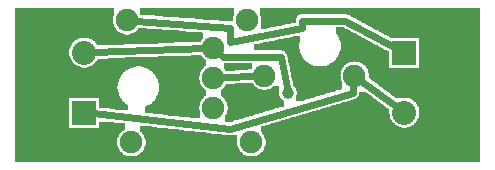
<source format=gbl>
G04 MADE WITH FRITZING*
G04 WWW.FRITZING.ORG*
G04 DOUBLE SIDED*
G04 HOLES PLATED*
G04 CONTOUR ON CENTER OF CONTOUR VECTOR*
%ASAXBY*%
%FSLAX23Y23*%
%MOIN*%
%OFA0B0*%
%SFA1.0B1.0*%
%ADD10C,0.075000*%
%ADD11C,0.080000*%
%ADD12C,0.039370*%
%ADD13R,0.079986X0.080000*%
%ADD14C,0.024000*%
%LNCOPPER0*%
G90*
G70*
G54D10*
X1446Y489D03*
X427Y108D03*
X827Y108D03*
X412Y515D03*
X812Y515D03*
X700Y423D03*
X700Y323D03*
X700Y223D03*
G54D11*
X1337Y407D03*
X1337Y207D03*
X270Y207D03*
X270Y407D03*
G54D10*
X1170Y330D03*
X870Y330D03*
G54D12*
X948Y273D03*
G54D13*
X1337Y407D03*
X270Y207D03*
G54D14*
X842Y329D02*
X728Y324D01*
D02*
X441Y513D02*
X756Y489D01*
X756Y489D02*
X756Y441D01*
X756Y441D02*
X996Y489D01*
X996Y489D02*
X996Y513D01*
X996Y513D02*
X1140Y513D01*
X1140Y513D02*
X1309Y422D01*
D02*
X1312Y225D02*
X1193Y313D01*
D02*
X300Y204D02*
X756Y153D01*
X756Y153D02*
X1164Y273D01*
X1164Y273D02*
X1167Y302D01*
D02*
X944Y291D02*
X924Y393D01*
X924Y393D02*
X732Y393D01*
X732Y393D02*
X721Y403D01*
D02*
X301Y408D02*
X671Y421D01*
G36*
X40Y557D02*
X40Y467D01*
X406Y467D01*
X406Y469D01*
X398Y469D01*
X398Y471D01*
X392Y471D01*
X392Y473D01*
X388Y473D01*
X388Y475D01*
X386Y475D01*
X386Y477D01*
X382Y477D01*
X382Y479D01*
X380Y479D01*
X380Y481D01*
X378Y481D01*
X378Y483D01*
X376Y483D01*
X376Y485D01*
X374Y485D01*
X374Y489D01*
X372Y489D01*
X372Y491D01*
X370Y491D01*
X370Y495D01*
X368Y495D01*
X368Y501D01*
X366Y501D01*
X366Y509D01*
X364Y509D01*
X364Y521D01*
X366Y521D01*
X366Y529D01*
X368Y529D01*
X368Y535D01*
X370Y535D01*
X370Y557D01*
X40Y557D01*
G37*
D02*
G36*
X854Y557D02*
X854Y535D01*
X1146Y535D01*
X1146Y533D01*
X1152Y533D01*
X1152Y531D01*
X1154Y531D01*
X1154Y529D01*
X1158Y529D01*
X1158Y527D01*
X1162Y527D01*
X1162Y525D01*
X1166Y525D01*
X1166Y523D01*
X1170Y523D01*
X1170Y521D01*
X1174Y521D01*
X1174Y519D01*
X1178Y519D01*
X1178Y517D01*
X1180Y517D01*
X1180Y515D01*
X1184Y515D01*
X1184Y513D01*
X1188Y513D01*
X1188Y511D01*
X1192Y511D01*
X1192Y509D01*
X1196Y509D01*
X1196Y507D01*
X1200Y507D01*
X1200Y505D01*
X1204Y505D01*
X1204Y503D01*
X1206Y503D01*
X1206Y501D01*
X1210Y501D01*
X1210Y499D01*
X1214Y499D01*
X1214Y497D01*
X1218Y497D01*
X1218Y495D01*
X1222Y495D01*
X1222Y493D01*
X1226Y493D01*
X1226Y491D01*
X1230Y491D01*
X1230Y489D01*
X1232Y489D01*
X1232Y487D01*
X1236Y487D01*
X1236Y485D01*
X1240Y485D01*
X1240Y483D01*
X1244Y483D01*
X1244Y481D01*
X1248Y481D01*
X1248Y479D01*
X1252Y479D01*
X1252Y477D01*
X1256Y477D01*
X1256Y475D01*
X1258Y475D01*
X1258Y473D01*
X1262Y473D01*
X1262Y471D01*
X1266Y471D01*
X1266Y469D01*
X1270Y469D01*
X1270Y467D01*
X1274Y467D01*
X1274Y465D01*
X1278Y465D01*
X1278Y463D01*
X1282Y463D01*
X1282Y461D01*
X1284Y461D01*
X1284Y459D01*
X1288Y459D01*
X1288Y457D01*
X1386Y457D01*
X1386Y357D01*
X1588Y357D01*
X1588Y557D01*
X854Y557D01*
G37*
D02*
G36*
X856Y535D02*
X856Y529D01*
X858Y529D01*
X858Y521D01*
X860Y521D01*
X860Y509D01*
X858Y509D01*
X858Y487D01*
X878Y487D01*
X878Y489D01*
X888Y489D01*
X888Y491D01*
X898Y491D01*
X898Y493D01*
X908Y493D01*
X908Y495D01*
X918Y495D01*
X918Y497D01*
X928Y497D01*
X928Y499D01*
X938Y499D01*
X938Y501D01*
X948Y501D01*
X948Y503D01*
X958Y503D01*
X958Y505D01*
X968Y505D01*
X968Y507D01*
X974Y507D01*
X974Y519D01*
X976Y519D01*
X976Y523D01*
X978Y523D01*
X978Y527D01*
X980Y527D01*
X980Y529D01*
X982Y529D01*
X982Y531D01*
X986Y531D01*
X986Y533D01*
X990Y533D01*
X990Y535D01*
X856Y535D01*
G37*
D02*
G36*
X1110Y491D02*
X1110Y469D01*
X1112Y469D01*
X1112Y467D01*
X1114Y467D01*
X1114Y463D01*
X1116Y463D01*
X1116Y459D01*
X1118Y459D01*
X1118Y455D01*
X1120Y455D01*
X1120Y449D01*
X1122Y449D01*
X1122Y441D01*
X1124Y441D01*
X1124Y417D01*
X1122Y417D01*
X1122Y409D01*
X1120Y409D01*
X1120Y403D01*
X1118Y403D01*
X1118Y399D01*
X1116Y399D01*
X1116Y395D01*
X1114Y395D01*
X1114Y391D01*
X1112Y391D01*
X1112Y389D01*
X1110Y389D01*
X1110Y387D01*
X1108Y387D01*
X1108Y383D01*
X1106Y383D01*
X1106Y381D01*
X1104Y381D01*
X1104Y379D01*
X1172Y379D01*
X1172Y377D01*
X1184Y377D01*
X1184Y375D01*
X1190Y375D01*
X1190Y373D01*
X1194Y373D01*
X1194Y371D01*
X1196Y371D01*
X1196Y369D01*
X1200Y369D01*
X1200Y367D01*
X1202Y367D01*
X1202Y365D01*
X1204Y365D01*
X1204Y363D01*
X1206Y363D01*
X1206Y361D01*
X1208Y361D01*
X1208Y357D01*
X1286Y357D01*
X1286Y409D01*
X1284Y409D01*
X1284Y411D01*
X1282Y411D01*
X1282Y413D01*
X1278Y413D01*
X1278Y415D01*
X1274Y415D01*
X1274Y417D01*
X1270Y417D01*
X1270Y419D01*
X1266Y419D01*
X1266Y421D01*
X1262Y421D01*
X1262Y423D01*
X1258Y423D01*
X1258Y425D01*
X1256Y425D01*
X1256Y427D01*
X1252Y427D01*
X1252Y429D01*
X1248Y429D01*
X1248Y431D01*
X1244Y431D01*
X1244Y433D01*
X1240Y433D01*
X1240Y435D01*
X1236Y435D01*
X1236Y437D01*
X1232Y437D01*
X1232Y439D01*
X1230Y439D01*
X1230Y441D01*
X1226Y441D01*
X1226Y443D01*
X1222Y443D01*
X1222Y445D01*
X1218Y445D01*
X1218Y447D01*
X1214Y447D01*
X1214Y449D01*
X1210Y449D01*
X1210Y451D01*
X1206Y451D01*
X1206Y453D01*
X1204Y453D01*
X1204Y455D01*
X1200Y455D01*
X1200Y457D01*
X1196Y457D01*
X1196Y459D01*
X1192Y459D01*
X1192Y461D01*
X1188Y461D01*
X1188Y463D01*
X1184Y463D01*
X1184Y465D01*
X1180Y465D01*
X1180Y467D01*
X1178Y467D01*
X1178Y469D01*
X1174Y469D01*
X1174Y471D01*
X1170Y471D01*
X1170Y473D01*
X1166Y473D01*
X1166Y475D01*
X1162Y475D01*
X1162Y477D01*
X1158Y477D01*
X1158Y479D01*
X1154Y479D01*
X1154Y481D01*
X1152Y481D01*
X1152Y483D01*
X1148Y483D01*
X1148Y485D01*
X1144Y485D01*
X1144Y487D01*
X1140Y487D01*
X1140Y489D01*
X1136Y489D01*
X1136Y491D01*
X1110Y491D01*
G37*
D02*
G36*
X450Y489D02*
X450Y485D01*
X448Y485D01*
X448Y483D01*
X446Y483D01*
X446Y481D01*
X444Y481D01*
X444Y479D01*
X442Y479D01*
X442Y477D01*
X438Y477D01*
X438Y475D01*
X436Y475D01*
X436Y473D01*
X432Y473D01*
X432Y471D01*
X426Y471D01*
X426Y469D01*
X418Y469D01*
X418Y467D01*
X664Y467D01*
X664Y473D01*
X662Y473D01*
X662Y475D01*
X636Y475D01*
X636Y477D01*
X610Y477D01*
X610Y479D01*
X584Y479D01*
X584Y481D01*
X558Y481D01*
X558Y483D01*
X530Y483D01*
X530Y485D01*
X504Y485D01*
X504Y487D01*
X478Y487D01*
X478Y489D01*
X450Y489D01*
G37*
D02*
G36*
X40Y467D02*
X40Y465D01*
X664Y465D01*
X664Y467D01*
X40Y467D01*
G37*
D02*
G36*
X40Y467D02*
X40Y465D01*
X664Y465D01*
X664Y467D01*
X40Y467D01*
G37*
D02*
G36*
X40Y465D02*
X40Y457D01*
X280Y457D01*
X280Y455D01*
X286Y455D01*
X286Y453D01*
X292Y453D01*
X292Y451D01*
X294Y451D01*
X294Y449D01*
X298Y449D01*
X298Y447D01*
X300Y447D01*
X300Y445D01*
X304Y445D01*
X304Y443D01*
X306Y443D01*
X306Y439D01*
X308Y439D01*
X308Y437D01*
X310Y437D01*
X310Y435D01*
X312Y435D01*
X312Y431D01*
X346Y431D01*
X346Y433D01*
X402Y433D01*
X402Y435D01*
X458Y435D01*
X458Y437D01*
X514Y437D01*
X514Y439D01*
X570Y439D01*
X570Y441D01*
X624Y441D01*
X624Y443D01*
X658Y443D01*
X658Y447D01*
X660Y447D01*
X660Y449D01*
X662Y449D01*
X662Y453D01*
X664Y453D01*
X664Y465D01*
X40Y465D01*
G37*
D02*
G36*
X964Y461D02*
X964Y459D01*
X954Y459D01*
X954Y457D01*
X944Y457D01*
X944Y455D01*
X934Y455D01*
X934Y453D01*
X924Y453D01*
X924Y451D01*
X914Y451D01*
X914Y449D01*
X904Y449D01*
X904Y447D01*
X894Y447D01*
X894Y445D01*
X884Y445D01*
X884Y443D01*
X874Y443D01*
X874Y441D01*
X864Y441D01*
X864Y439D01*
X854Y439D01*
X854Y437D01*
X844Y437D01*
X844Y435D01*
X834Y435D01*
X834Y415D01*
X930Y415D01*
X930Y413D01*
X934Y413D01*
X934Y411D01*
X938Y411D01*
X938Y409D01*
X940Y409D01*
X940Y407D01*
X942Y407D01*
X942Y403D01*
X944Y403D01*
X944Y399D01*
X946Y399D01*
X946Y391D01*
X948Y391D01*
X948Y381D01*
X950Y381D01*
X950Y371D01*
X952Y371D01*
X952Y361D01*
X1040Y361D01*
X1040Y363D01*
X1032Y363D01*
X1032Y365D01*
X1028Y365D01*
X1028Y367D01*
X1024Y367D01*
X1024Y369D01*
X1020Y369D01*
X1020Y371D01*
X1016Y371D01*
X1016Y373D01*
X1014Y373D01*
X1014Y375D01*
X1012Y375D01*
X1012Y377D01*
X1008Y377D01*
X1008Y379D01*
X1006Y379D01*
X1006Y381D01*
X1004Y381D01*
X1004Y383D01*
X1002Y383D01*
X1002Y387D01*
X1000Y387D01*
X1000Y389D01*
X998Y389D01*
X998Y393D01*
X996Y393D01*
X996Y395D01*
X994Y395D01*
X994Y399D01*
X992Y399D01*
X992Y405D01*
X990Y405D01*
X990Y409D01*
X988Y409D01*
X988Y419D01*
X986Y419D01*
X986Y439D01*
X988Y439D01*
X988Y461D01*
X964Y461D01*
G37*
D02*
G36*
X40Y457D02*
X40Y357D01*
X262Y357D01*
X262Y359D01*
X254Y359D01*
X254Y361D01*
X248Y361D01*
X248Y363D01*
X244Y363D01*
X244Y365D01*
X242Y365D01*
X242Y367D01*
X238Y367D01*
X238Y369D01*
X236Y369D01*
X236Y371D01*
X234Y371D01*
X234Y373D01*
X232Y373D01*
X232Y375D01*
X230Y375D01*
X230Y379D01*
X228Y379D01*
X228Y381D01*
X226Y381D01*
X226Y385D01*
X224Y385D01*
X224Y389D01*
X222Y389D01*
X222Y395D01*
X220Y395D01*
X220Y419D01*
X222Y419D01*
X222Y425D01*
X224Y425D01*
X224Y429D01*
X226Y429D01*
X226Y433D01*
X228Y433D01*
X228Y437D01*
X230Y437D01*
X230Y439D01*
X232Y439D01*
X232Y441D01*
X234Y441D01*
X234Y443D01*
X236Y443D01*
X236Y445D01*
X238Y445D01*
X238Y447D01*
X240Y447D01*
X240Y449D01*
X244Y449D01*
X244Y451D01*
X248Y451D01*
X248Y453D01*
X252Y453D01*
X252Y455D01*
X260Y455D01*
X260Y457D01*
X40Y457D01*
G37*
D02*
G36*
X626Y399D02*
X626Y397D01*
X570Y397D01*
X570Y395D01*
X514Y395D01*
X514Y393D01*
X458Y393D01*
X458Y391D01*
X404Y391D01*
X404Y389D01*
X348Y389D01*
X348Y387D01*
X314Y387D01*
X314Y383D01*
X312Y383D01*
X312Y379D01*
X310Y379D01*
X310Y377D01*
X308Y377D01*
X308Y375D01*
X306Y375D01*
X306Y373D01*
X304Y373D01*
X304Y371D01*
X302Y371D01*
X302Y369D01*
X300Y369D01*
X300Y367D01*
X298Y367D01*
X298Y365D01*
X294Y365D01*
X294Y363D01*
X290Y363D01*
X290Y361D01*
X458Y361D01*
X458Y359D01*
X468Y359D01*
X468Y357D01*
X474Y357D01*
X474Y355D01*
X478Y355D01*
X478Y353D01*
X482Y353D01*
X482Y351D01*
X486Y351D01*
X486Y349D01*
X490Y349D01*
X490Y347D01*
X492Y347D01*
X492Y345D01*
X494Y345D01*
X494Y343D01*
X496Y343D01*
X496Y341D01*
X498Y341D01*
X498Y339D01*
X500Y339D01*
X500Y337D01*
X502Y337D01*
X502Y335D01*
X504Y335D01*
X504Y333D01*
X506Y333D01*
X506Y329D01*
X508Y329D01*
X508Y327D01*
X510Y327D01*
X510Y323D01*
X512Y323D01*
X512Y319D01*
X514Y319D01*
X514Y313D01*
X516Y313D01*
X516Y307D01*
X518Y307D01*
X518Y277D01*
X516Y277D01*
X516Y269D01*
X514Y269D01*
X514Y265D01*
X512Y265D01*
X512Y261D01*
X510Y261D01*
X510Y257D01*
X508Y257D01*
X508Y253D01*
X506Y253D01*
X506Y251D01*
X504Y251D01*
X504Y247D01*
X502Y247D01*
X502Y245D01*
X500Y245D01*
X500Y243D01*
X498Y243D01*
X498Y241D01*
X496Y241D01*
X496Y239D01*
X494Y239D01*
X494Y237D01*
X490Y237D01*
X490Y235D01*
X488Y235D01*
X488Y233D01*
X484Y233D01*
X484Y231D01*
X480Y231D01*
X480Y229D01*
X476Y229D01*
X476Y227D01*
X472Y227D01*
X472Y207D01*
X480Y207D01*
X480Y205D01*
X498Y205D01*
X498Y203D01*
X516Y203D01*
X516Y201D01*
X532Y201D01*
X532Y199D01*
X550Y199D01*
X550Y197D01*
X568Y197D01*
X568Y195D01*
X586Y195D01*
X586Y193D01*
X604Y193D01*
X604Y191D01*
X622Y191D01*
X622Y189D01*
X656Y189D01*
X656Y207D01*
X654Y207D01*
X654Y215D01*
X652Y215D01*
X652Y229D01*
X654Y229D01*
X654Y237D01*
X656Y237D01*
X656Y243D01*
X658Y243D01*
X658Y247D01*
X660Y247D01*
X660Y249D01*
X662Y249D01*
X662Y253D01*
X664Y253D01*
X664Y255D01*
X666Y255D01*
X666Y257D01*
X668Y257D01*
X668Y259D01*
X670Y259D01*
X670Y261D01*
X674Y261D01*
X674Y263D01*
X676Y263D01*
X676Y283D01*
X672Y283D01*
X672Y285D01*
X670Y285D01*
X670Y287D01*
X668Y287D01*
X668Y289D01*
X666Y289D01*
X666Y291D01*
X664Y291D01*
X664Y293D01*
X662Y293D01*
X662Y295D01*
X660Y295D01*
X660Y299D01*
X658Y299D01*
X658Y303D01*
X656Y303D01*
X656Y307D01*
X654Y307D01*
X654Y315D01*
X652Y315D01*
X652Y329D01*
X654Y329D01*
X654Y337D01*
X656Y337D01*
X656Y343D01*
X658Y343D01*
X658Y347D01*
X660Y347D01*
X660Y349D01*
X662Y349D01*
X662Y353D01*
X664Y353D01*
X664Y355D01*
X666Y355D01*
X666Y357D01*
X668Y357D01*
X668Y359D01*
X670Y359D01*
X670Y361D01*
X674Y361D01*
X674Y363D01*
X676Y363D01*
X676Y383D01*
X672Y383D01*
X672Y385D01*
X670Y385D01*
X670Y387D01*
X668Y387D01*
X668Y389D01*
X666Y389D01*
X666Y391D01*
X664Y391D01*
X664Y393D01*
X662Y393D01*
X662Y395D01*
X660Y395D01*
X660Y399D01*
X626Y399D01*
G37*
D02*
G36*
X1102Y379D02*
X1102Y377D01*
X1100Y377D01*
X1100Y375D01*
X1096Y375D01*
X1096Y373D01*
X1094Y373D01*
X1094Y371D01*
X1090Y371D01*
X1090Y369D01*
X1086Y369D01*
X1086Y367D01*
X1082Y367D01*
X1082Y365D01*
X1078Y365D01*
X1078Y363D01*
X1070Y363D01*
X1070Y361D01*
X1136Y361D01*
X1136Y365D01*
X1140Y365D01*
X1140Y367D01*
X1142Y367D01*
X1142Y369D01*
X1144Y369D01*
X1144Y371D01*
X1148Y371D01*
X1148Y373D01*
X1152Y373D01*
X1152Y375D01*
X1158Y375D01*
X1158Y377D01*
X1170Y377D01*
X1170Y379D01*
X1102Y379D01*
G37*
D02*
G36*
X286Y361D02*
X286Y359D01*
X278Y359D01*
X278Y357D01*
X432Y357D01*
X432Y359D01*
X442Y359D01*
X442Y361D01*
X286Y361D01*
G37*
D02*
G36*
X954Y361D02*
X954Y359D01*
X1134Y359D01*
X1134Y361D01*
X954Y361D01*
G37*
D02*
G36*
X954Y361D02*
X954Y359D01*
X1134Y359D01*
X1134Y361D01*
X954Y361D01*
G37*
D02*
G36*
X954Y359D02*
X954Y351D01*
X956Y351D01*
X956Y341D01*
X958Y341D01*
X958Y331D01*
X960Y331D01*
X960Y321D01*
X962Y321D01*
X962Y311D01*
X964Y311D01*
X964Y301D01*
X966Y301D01*
X966Y295D01*
X968Y295D01*
X968Y293D01*
X970Y293D01*
X970Y291D01*
X972Y291D01*
X972Y289D01*
X974Y289D01*
X974Y285D01*
X976Y285D01*
X976Y279D01*
X978Y279D01*
X978Y267D01*
X976Y267D01*
X976Y261D01*
X974Y261D01*
X974Y245D01*
X994Y245D01*
X994Y247D01*
X1002Y247D01*
X1002Y249D01*
X1008Y249D01*
X1008Y251D01*
X1014Y251D01*
X1014Y253D01*
X1022Y253D01*
X1022Y255D01*
X1028Y255D01*
X1028Y257D01*
X1036Y257D01*
X1036Y259D01*
X1042Y259D01*
X1042Y261D01*
X1048Y261D01*
X1048Y263D01*
X1056Y263D01*
X1056Y265D01*
X1062Y265D01*
X1062Y267D01*
X1070Y267D01*
X1070Y269D01*
X1076Y269D01*
X1076Y271D01*
X1082Y271D01*
X1082Y273D01*
X1090Y273D01*
X1090Y275D01*
X1096Y275D01*
X1096Y277D01*
X1104Y277D01*
X1104Y279D01*
X1110Y279D01*
X1110Y281D01*
X1116Y281D01*
X1116Y283D01*
X1124Y283D01*
X1124Y285D01*
X1130Y285D01*
X1130Y307D01*
X1128Y307D01*
X1128Y311D01*
X1126Y311D01*
X1126Y317D01*
X1124Y317D01*
X1124Y329D01*
X1122Y329D01*
X1122Y333D01*
X1124Y333D01*
X1124Y343D01*
X1126Y343D01*
X1126Y349D01*
X1128Y349D01*
X1128Y353D01*
X1130Y353D01*
X1130Y357D01*
X1132Y357D01*
X1132Y359D01*
X954Y359D01*
G37*
D02*
G36*
X40Y357D02*
X40Y355D01*
X426Y355D01*
X426Y357D01*
X40Y357D01*
G37*
D02*
G36*
X40Y357D02*
X40Y355D01*
X426Y355D01*
X426Y357D01*
X40Y357D01*
G37*
D02*
G36*
X1210Y357D02*
X1210Y355D01*
X1588Y355D01*
X1588Y357D01*
X1210Y357D01*
G37*
D02*
G36*
X1210Y357D02*
X1210Y355D01*
X1588Y355D01*
X1588Y357D01*
X1210Y357D01*
G37*
D02*
G36*
X40Y355D02*
X40Y257D01*
X320Y257D01*
X320Y223D01*
X336Y223D01*
X336Y221D01*
X354Y221D01*
X354Y219D01*
X372Y219D01*
X372Y217D01*
X390Y217D01*
X390Y215D01*
X414Y215D01*
X414Y233D01*
X412Y233D01*
X412Y235D01*
X408Y235D01*
X408Y237D01*
X406Y237D01*
X406Y239D01*
X404Y239D01*
X404Y241D01*
X402Y241D01*
X402Y243D01*
X400Y243D01*
X400Y245D01*
X398Y245D01*
X398Y247D01*
X396Y247D01*
X396Y249D01*
X394Y249D01*
X394Y253D01*
X392Y253D01*
X392Y255D01*
X390Y255D01*
X390Y259D01*
X388Y259D01*
X388Y263D01*
X386Y263D01*
X386Y269D01*
X384Y269D01*
X384Y275D01*
X382Y275D01*
X382Y285D01*
X380Y285D01*
X380Y297D01*
X382Y297D01*
X382Y309D01*
X384Y309D01*
X384Y315D01*
X386Y315D01*
X386Y319D01*
X388Y319D01*
X388Y323D01*
X390Y323D01*
X390Y327D01*
X392Y327D01*
X392Y331D01*
X394Y331D01*
X394Y333D01*
X396Y333D01*
X396Y335D01*
X398Y335D01*
X398Y339D01*
X400Y339D01*
X400Y341D01*
X402Y341D01*
X402Y343D01*
X404Y343D01*
X404Y345D01*
X408Y345D01*
X408Y347D01*
X410Y347D01*
X410Y349D01*
X414Y349D01*
X414Y351D01*
X416Y351D01*
X416Y353D01*
X422Y353D01*
X422Y355D01*
X40Y355D01*
G37*
D02*
G36*
X1212Y355D02*
X1212Y351D01*
X1214Y351D01*
X1214Y347D01*
X1216Y347D01*
X1216Y339D01*
X1218Y339D01*
X1218Y321D01*
X1222Y321D01*
X1222Y319D01*
X1224Y319D01*
X1224Y317D01*
X1226Y317D01*
X1226Y315D01*
X1230Y315D01*
X1230Y313D01*
X1232Y313D01*
X1232Y311D01*
X1234Y311D01*
X1234Y309D01*
X1238Y309D01*
X1238Y307D01*
X1240Y307D01*
X1240Y305D01*
X1244Y305D01*
X1244Y303D01*
X1246Y303D01*
X1246Y301D01*
X1248Y301D01*
X1248Y299D01*
X1252Y299D01*
X1252Y297D01*
X1254Y297D01*
X1254Y295D01*
X1256Y295D01*
X1256Y293D01*
X1260Y293D01*
X1260Y291D01*
X1262Y291D01*
X1262Y289D01*
X1264Y289D01*
X1264Y287D01*
X1268Y287D01*
X1268Y285D01*
X1270Y285D01*
X1270Y283D01*
X1272Y283D01*
X1272Y281D01*
X1276Y281D01*
X1276Y279D01*
X1278Y279D01*
X1278Y277D01*
X1280Y277D01*
X1280Y275D01*
X1284Y275D01*
X1284Y273D01*
X1286Y273D01*
X1286Y271D01*
X1288Y271D01*
X1288Y269D01*
X1292Y269D01*
X1292Y267D01*
X1294Y267D01*
X1294Y265D01*
X1296Y265D01*
X1296Y263D01*
X1300Y263D01*
X1300Y261D01*
X1302Y261D01*
X1302Y259D01*
X1304Y259D01*
X1304Y257D01*
X1346Y257D01*
X1346Y255D01*
X1354Y255D01*
X1354Y253D01*
X1358Y253D01*
X1358Y251D01*
X1362Y251D01*
X1362Y249D01*
X1364Y249D01*
X1364Y247D01*
X1368Y247D01*
X1368Y245D01*
X1370Y245D01*
X1370Y243D01*
X1372Y243D01*
X1372Y241D01*
X1374Y241D01*
X1374Y239D01*
X1376Y239D01*
X1376Y237D01*
X1378Y237D01*
X1378Y233D01*
X1380Y233D01*
X1380Y229D01*
X1382Y229D01*
X1382Y225D01*
X1384Y225D01*
X1384Y219D01*
X1386Y219D01*
X1386Y195D01*
X1384Y195D01*
X1384Y189D01*
X1382Y189D01*
X1382Y185D01*
X1380Y185D01*
X1380Y181D01*
X1378Y181D01*
X1378Y179D01*
X1376Y179D01*
X1376Y175D01*
X1374Y175D01*
X1374Y173D01*
X1372Y173D01*
X1372Y171D01*
X1370Y171D01*
X1370Y169D01*
X1368Y169D01*
X1368Y167D01*
X1364Y167D01*
X1364Y165D01*
X1362Y165D01*
X1362Y163D01*
X1358Y163D01*
X1358Y161D01*
X1354Y161D01*
X1354Y159D01*
X1346Y159D01*
X1346Y157D01*
X1588Y157D01*
X1588Y355D01*
X1212Y355D01*
G37*
D02*
G36*
X1186Y277D02*
X1186Y267D01*
X1184Y267D01*
X1184Y261D01*
X1182Y261D01*
X1182Y259D01*
X1180Y259D01*
X1180Y257D01*
X1178Y257D01*
X1178Y255D01*
X1174Y255D01*
X1174Y253D01*
X1170Y253D01*
X1170Y251D01*
X1164Y251D01*
X1164Y249D01*
X1156Y249D01*
X1156Y247D01*
X1150Y247D01*
X1150Y245D01*
X1144Y245D01*
X1144Y243D01*
X1136Y243D01*
X1136Y241D01*
X1130Y241D01*
X1130Y239D01*
X1122Y239D01*
X1122Y237D01*
X1116Y237D01*
X1116Y235D01*
X1110Y235D01*
X1110Y233D01*
X1102Y233D01*
X1102Y231D01*
X1096Y231D01*
X1096Y229D01*
X1088Y229D01*
X1088Y227D01*
X1082Y227D01*
X1082Y225D01*
X1076Y225D01*
X1076Y223D01*
X1068Y223D01*
X1068Y221D01*
X1062Y221D01*
X1062Y219D01*
X1054Y219D01*
X1054Y217D01*
X1048Y217D01*
X1048Y215D01*
X1042Y215D01*
X1042Y213D01*
X1034Y213D01*
X1034Y211D01*
X1028Y211D01*
X1028Y209D01*
X1020Y209D01*
X1020Y207D01*
X1014Y207D01*
X1014Y205D01*
X1008Y205D01*
X1008Y203D01*
X1000Y203D01*
X1000Y201D01*
X994Y201D01*
X994Y199D01*
X986Y199D01*
X986Y197D01*
X980Y197D01*
X980Y195D01*
X974Y195D01*
X974Y193D01*
X966Y193D01*
X966Y191D01*
X960Y191D01*
X960Y189D01*
X952Y189D01*
X952Y187D01*
X946Y187D01*
X946Y185D01*
X940Y185D01*
X940Y183D01*
X932Y183D01*
X932Y181D01*
X926Y181D01*
X926Y179D01*
X918Y179D01*
X918Y177D01*
X912Y177D01*
X912Y175D01*
X906Y175D01*
X906Y173D01*
X898Y173D01*
X898Y171D01*
X892Y171D01*
X892Y169D01*
X884Y169D01*
X884Y167D01*
X878Y167D01*
X878Y165D01*
X872Y165D01*
X872Y163D01*
X864Y163D01*
X864Y161D01*
X860Y161D01*
X860Y157D01*
X1328Y157D01*
X1328Y159D01*
X1320Y159D01*
X1320Y161D01*
X1316Y161D01*
X1316Y163D01*
X1312Y163D01*
X1312Y165D01*
X1308Y165D01*
X1308Y167D01*
X1306Y167D01*
X1306Y169D01*
X1304Y169D01*
X1304Y171D01*
X1302Y171D01*
X1302Y173D01*
X1300Y173D01*
X1300Y175D01*
X1298Y175D01*
X1298Y177D01*
X1296Y177D01*
X1296Y179D01*
X1294Y179D01*
X1294Y183D01*
X1292Y183D01*
X1292Y187D01*
X1290Y187D01*
X1290Y191D01*
X1288Y191D01*
X1288Y201D01*
X1286Y201D01*
X1286Y217D01*
X1284Y217D01*
X1284Y219D01*
X1282Y219D01*
X1282Y221D01*
X1280Y221D01*
X1280Y223D01*
X1276Y223D01*
X1276Y225D01*
X1274Y225D01*
X1274Y227D01*
X1272Y227D01*
X1272Y229D01*
X1268Y229D01*
X1268Y231D01*
X1266Y231D01*
X1266Y233D01*
X1264Y233D01*
X1264Y235D01*
X1260Y235D01*
X1260Y237D01*
X1258Y237D01*
X1258Y239D01*
X1256Y239D01*
X1256Y241D01*
X1252Y241D01*
X1252Y243D01*
X1250Y243D01*
X1250Y245D01*
X1248Y245D01*
X1248Y247D01*
X1244Y247D01*
X1244Y249D01*
X1242Y249D01*
X1242Y251D01*
X1240Y251D01*
X1240Y253D01*
X1236Y253D01*
X1236Y255D01*
X1234Y255D01*
X1234Y257D01*
X1232Y257D01*
X1232Y259D01*
X1228Y259D01*
X1228Y261D01*
X1226Y261D01*
X1226Y263D01*
X1224Y263D01*
X1224Y265D01*
X1220Y265D01*
X1220Y267D01*
X1218Y267D01*
X1218Y269D01*
X1214Y269D01*
X1214Y271D01*
X1212Y271D01*
X1212Y273D01*
X1210Y273D01*
X1210Y275D01*
X1206Y275D01*
X1206Y277D01*
X1186Y277D01*
G37*
D02*
G36*
X40Y257D02*
X40Y157D01*
X220Y157D01*
X220Y257D01*
X40Y257D01*
G37*
D02*
G36*
X320Y177D02*
X320Y157D01*
X406Y157D01*
X406Y169D01*
X404Y169D01*
X404Y171D01*
X386Y171D01*
X386Y173D01*
X368Y173D01*
X368Y175D01*
X350Y175D01*
X350Y177D01*
X320Y177D01*
G37*
D02*
G36*
X454Y163D02*
X454Y145D01*
X456Y145D01*
X456Y143D01*
X460Y143D01*
X460Y141D01*
X462Y141D01*
X462Y137D01*
X464Y137D01*
X464Y135D01*
X466Y135D01*
X466Y133D01*
X468Y133D01*
X468Y129D01*
X470Y129D01*
X470Y123D01*
X472Y123D01*
X472Y117D01*
X474Y117D01*
X474Y99D01*
X472Y99D01*
X472Y91D01*
X470Y91D01*
X470Y87D01*
X468Y87D01*
X468Y83D01*
X466Y83D01*
X466Y81D01*
X464Y81D01*
X464Y77D01*
X462Y77D01*
X462Y75D01*
X460Y75D01*
X460Y73D01*
X458Y73D01*
X458Y71D01*
X454Y71D01*
X454Y69D01*
X452Y69D01*
X452Y67D01*
X448Y67D01*
X448Y65D01*
X444Y65D01*
X444Y63D01*
X438Y63D01*
X438Y61D01*
X816Y61D01*
X816Y63D01*
X808Y63D01*
X808Y65D01*
X804Y65D01*
X804Y67D01*
X800Y67D01*
X800Y69D01*
X798Y69D01*
X798Y71D01*
X796Y71D01*
X796Y73D01*
X794Y73D01*
X794Y75D01*
X792Y75D01*
X792Y77D01*
X790Y77D01*
X790Y79D01*
X788Y79D01*
X788Y81D01*
X786Y81D01*
X786Y85D01*
X784Y85D01*
X784Y89D01*
X782Y89D01*
X782Y95D01*
X780Y95D01*
X780Y131D01*
X746Y131D01*
X746Y133D01*
X728Y133D01*
X728Y135D01*
X710Y135D01*
X710Y137D01*
X692Y137D01*
X692Y139D01*
X674Y139D01*
X674Y141D01*
X656Y141D01*
X656Y143D01*
X638Y143D01*
X638Y145D01*
X620Y145D01*
X620Y147D01*
X602Y147D01*
X602Y149D01*
X584Y149D01*
X584Y151D01*
X566Y151D01*
X566Y153D01*
X548Y153D01*
X548Y155D01*
X530Y155D01*
X530Y157D01*
X512Y157D01*
X512Y159D01*
X494Y159D01*
X494Y161D01*
X476Y161D01*
X476Y163D01*
X454Y163D01*
G37*
D02*
G36*
X40Y157D02*
X40Y155D01*
X406Y155D01*
X406Y157D01*
X40Y157D01*
G37*
D02*
G36*
X40Y157D02*
X40Y155D01*
X406Y155D01*
X406Y157D01*
X40Y157D01*
G37*
D02*
G36*
X860Y157D02*
X860Y155D01*
X1588Y155D01*
X1588Y157D01*
X860Y157D01*
G37*
D02*
G36*
X860Y157D02*
X860Y155D01*
X1588Y155D01*
X1588Y157D01*
X860Y157D01*
G37*
D02*
G36*
X40Y155D02*
X40Y61D01*
X416Y61D01*
X416Y63D01*
X408Y63D01*
X408Y65D01*
X404Y65D01*
X404Y67D01*
X400Y67D01*
X400Y69D01*
X398Y69D01*
X398Y71D01*
X396Y71D01*
X396Y73D01*
X394Y73D01*
X394Y75D01*
X392Y75D01*
X392Y77D01*
X390Y77D01*
X390Y79D01*
X388Y79D01*
X388Y81D01*
X386Y81D01*
X386Y85D01*
X384Y85D01*
X384Y89D01*
X382Y89D01*
X382Y95D01*
X380Y95D01*
X380Y121D01*
X382Y121D01*
X382Y127D01*
X384Y127D01*
X384Y131D01*
X386Y131D01*
X386Y135D01*
X388Y135D01*
X388Y137D01*
X390Y137D01*
X390Y139D01*
X392Y139D01*
X392Y141D01*
X394Y141D01*
X394Y143D01*
X396Y143D01*
X396Y145D01*
X398Y145D01*
X398Y147D01*
X402Y147D01*
X402Y149D01*
X406Y149D01*
X406Y155D01*
X40Y155D01*
G37*
D02*
G36*
X860Y155D02*
X860Y141D01*
X862Y141D01*
X862Y137D01*
X864Y137D01*
X864Y135D01*
X866Y135D01*
X866Y133D01*
X868Y133D01*
X868Y129D01*
X870Y129D01*
X870Y123D01*
X872Y123D01*
X872Y117D01*
X874Y117D01*
X874Y99D01*
X872Y99D01*
X872Y91D01*
X870Y91D01*
X870Y87D01*
X868Y87D01*
X868Y83D01*
X866Y83D01*
X866Y81D01*
X864Y81D01*
X864Y77D01*
X862Y77D01*
X862Y75D01*
X860Y75D01*
X860Y73D01*
X858Y73D01*
X858Y71D01*
X854Y71D01*
X854Y69D01*
X852Y69D01*
X852Y67D01*
X848Y67D01*
X848Y65D01*
X844Y65D01*
X844Y63D01*
X838Y63D01*
X838Y61D01*
X1588Y61D01*
X1588Y155D01*
X860Y155D01*
G37*
D02*
G36*
X40Y61D02*
X40Y59D01*
X1588Y59D01*
X1588Y61D01*
X40Y61D01*
G37*
D02*
G36*
X40Y61D02*
X40Y59D01*
X1588Y59D01*
X1588Y61D01*
X40Y61D01*
G37*
D02*
G36*
X40Y61D02*
X40Y59D01*
X1588Y59D01*
X1588Y61D01*
X40Y61D01*
G37*
D02*
G36*
X40Y59D02*
X40Y41D01*
X1588Y41D01*
X1588Y59D01*
X40Y59D01*
G37*
D02*
G36*
X454Y557D02*
X454Y535D01*
X456Y535D01*
X456Y533D01*
X480Y533D01*
X480Y531D01*
X506Y531D01*
X506Y529D01*
X532Y529D01*
X532Y527D01*
X560Y527D01*
X560Y525D01*
X586Y525D01*
X586Y523D01*
X612Y523D01*
X612Y521D01*
X638Y521D01*
X638Y519D01*
X664Y519D01*
X664Y517D01*
X690Y517D01*
X690Y515D01*
X718Y515D01*
X718Y513D01*
X744Y513D01*
X744Y511D01*
X764Y511D01*
X764Y521D01*
X766Y521D01*
X766Y529D01*
X768Y529D01*
X768Y535D01*
X770Y535D01*
X770Y557D01*
X454Y557D01*
G37*
D02*
G36*
X736Y371D02*
X736Y351D01*
X738Y351D01*
X738Y349D01*
X740Y349D01*
X740Y347D01*
X772Y347D01*
X772Y349D01*
X814Y349D01*
X814Y351D01*
X828Y351D01*
X828Y371D01*
X736Y371D01*
G37*
D02*
G36*
X772Y305D02*
X772Y303D01*
X742Y303D01*
X742Y299D01*
X740Y299D01*
X740Y295D01*
X738Y295D01*
X738Y293D01*
X736Y293D01*
X736Y291D01*
X734Y291D01*
X734Y289D01*
X732Y289D01*
X732Y287D01*
X730Y287D01*
X730Y285D01*
X728Y285D01*
X728Y283D01*
X862Y283D01*
X862Y285D01*
X854Y285D01*
X854Y287D01*
X850Y287D01*
X850Y289D01*
X846Y289D01*
X846Y291D01*
X842Y291D01*
X842Y293D01*
X840Y293D01*
X840Y295D01*
X838Y295D01*
X838Y297D01*
X836Y297D01*
X836Y299D01*
X834Y299D01*
X834Y301D01*
X832Y301D01*
X832Y305D01*
X772Y305D01*
G37*
D02*
G36*
X900Y295D02*
X900Y293D01*
X898Y293D01*
X898Y291D01*
X894Y291D01*
X894Y289D01*
X892Y289D01*
X892Y287D01*
X886Y287D01*
X886Y285D01*
X880Y285D01*
X880Y283D01*
X920Y283D01*
X920Y295D01*
X900Y295D01*
G37*
D02*
G36*
X724Y283D02*
X724Y281D01*
X920Y281D01*
X920Y283D01*
X724Y283D01*
G37*
D02*
G36*
X724Y283D02*
X724Y281D01*
X920Y281D01*
X920Y283D01*
X724Y283D01*
G37*
D02*
G36*
X724Y281D02*
X724Y263D01*
X726Y263D01*
X726Y261D01*
X728Y261D01*
X728Y259D01*
X732Y259D01*
X732Y257D01*
X734Y257D01*
X734Y255D01*
X736Y255D01*
X736Y251D01*
X738Y251D01*
X738Y249D01*
X740Y249D01*
X740Y245D01*
X742Y245D01*
X742Y243D01*
X744Y243D01*
X744Y237D01*
X746Y237D01*
X746Y229D01*
X748Y229D01*
X748Y217D01*
X746Y217D01*
X746Y209D01*
X744Y209D01*
X744Y203D01*
X742Y203D01*
X742Y199D01*
X740Y199D01*
X740Y177D01*
X764Y177D01*
X764Y179D01*
X770Y179D01*
X770Y181D01*
X776Y181D01*
X776Y183D01*
X784Y183D01*
X784Y185D01*
X790Y185D01*
X790Y187D01*
X798Y187D01*
X798Y189D01*
X804Y189D01*
X804Y191D01*
X810Y191D01*
X810Y193D01*
X818Y193D01*
X818Y195D01*
X824Y195D01*
X824Y197D01*
X832Y197D01*
X832Y199D01*
X838Y199D01*
X838Y201D01*
X844Y201D01*
X844Y203D01*
X852Y203D01*
X852Y205D01*
X858Y205D01*
X858Y207D01*
X866Y207D01*
X866Y209D01*
X872Y209D01*
X872Y211D01*
X878Y211D01*
X878Y213D01*
X886Y213D01*
X886Y215D01*
X892Y215D01*
X892Y217D01*
X900Y217D01*
X900Y219D01*
X906Y219D01*
X906Y221D01*
X912Y221D01*
X912Y223D01*
X920Y223D01*
X920Y225D01*
X926Y225D01*
X926Y227D01*
X934Y227D01*
X934Y247D01*
X932Y247D01*
X932Y249D01*
X930Y249D01*
X930Y251D01*
X928Y251D01*
X928Y253D01*
X926Y253D01*
X926Y255D01*
X924Y255D01*
X924Y257D01*
X922Y257D01*
X922Y261D01*
X920Y261D01*
X920Y267D01*
X918Y267D01*
X918Y279D01*
X920Y279D01*
X920Y281D01*
X724Y281D01*
G37*
D02*
G04 End of Copper0*
M02*
</source>
